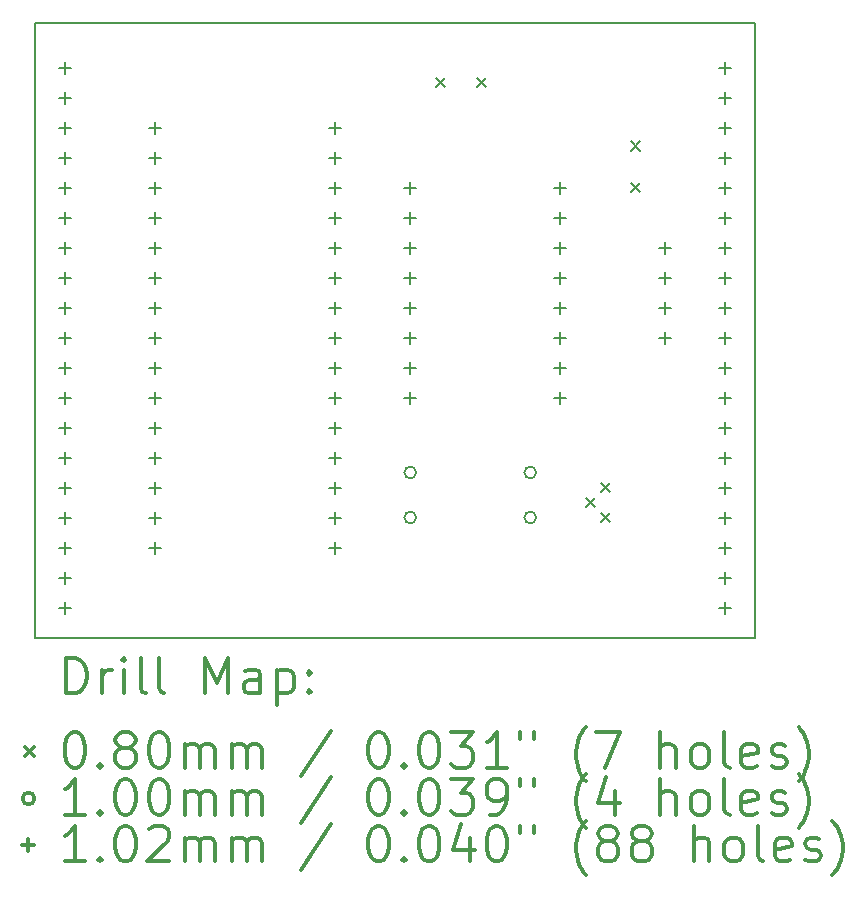
<source format=gbr>
%FSLAX45Y45*%
G04 Gerber Fmt 4.5, Leading zero omitted, Abs format (unit mm)*
G04 Created by KiCad (PCBNEW 4.0.3+e1-6302~38~ubuntu16.04.1-stable) date Thu Aug 25 12:21:28 2016*
%MOMM*%
%LPD*%
G01*
G04 APERTURE LIST*
%ADD10C,0.127000*%
%ADD11C,0.150000*%
%ADD12C,0.200000*%
%ADD13C,0.300000*%
G04 APERTURE END LIST*
D10*
D11*
X10922000Y-5207000D02*
X4826000Y-5207000D01*
X10922000Y-10414000D02*
X10922000Y-5207000D01*
X4826000Y-10414000D02*
X10922000Y-10414000D01*
X4826000Y-5207000D02*
X4826000Y-10414000D01*
D12*
X8215000Y-5675000D02*
X8295000Y-5755000D01*
X8295000Y-5675000D02*
X8215000Y-5755000D01*
X8565000Y-5675000D02*
X8645000Y-5755000D01*
X8645000Y-5675000D02*
X8565000Y-5755000D01*
X9485000Y-9231000D02*
X9565000Y-9311000D01*
X9565000Y-9231000D02*
X9485000Y-9311000D01*
X9612000Y-9104000D02*
X9692000Y-9184000D01*
X9692000Y-9104000D02*
X9612000Y-9184000D01*
X9612000Y-9358000D02*
X9692000Y-9438000D01*
X9692000Y-9358000D02*
X9612000Y-9438000D01*
X9866000Y-6214000D02*
X9946000Y-6294000D01*
X9946000Y-6214000D02*
X9866000Y-6294000D01*
X9866000Y-6564000D02*
X9946000Y-6644000D01*
X9946000Y-6564000D02*
X9866000Y-6644000D01*
X8051038Y-9017000D02*
G75*
G03X8051038Y-9017000I-50038J0D01*
G01*
X8051038Y-9398000D02*
G75*
G03X8051038Y-9398000I-50038J0D01*
G01*
X9067038Y-9017000D02*
G75*
G03X9067038Y-9017000I-50038J0D01*
G01*
X9067038Y-9398000D02*
G75*
G03X9067038Y-9398000I-50038J0D01*
G01*
X5080000Y-5537200D02*
X5080000Y-5638800D01*
X5029200Y-5588000D02*
X5130800Y-5588000D01*
X5080000Y-5791200D02*
X5080000Y-5892800D01*
X5029200Y-5842000D02*
X5130800Y-5842000D01*
X5080000Y-6045200D02*
X5080000Y-6146800D01*
X5029200Y-6096000D02*
X5130800Y-6096000D01*
X5080000Y-6299200D02*
X5080000Y-6400800D01*
X5029200Y-6350000D02*
X5130800Y-6350000D01*
X5080000Y-6553200D02*
X5080000Y-6654800D01*
X5029200Y-6604000D02*
X5130800Y-6604000D01*
X5080000Y-6807200D02*
X5080000Y-6908800D01*
X5029200Y-6858000D02*
X5130800Y-6858000D01*
X5080000Y-7061200D02*
X5080000Y-7162800D01*
X5029200Y-7112000D02*
X5130800Y-7112000D01*
X5080000Y-7315200D02*
X5080000Y-7416800D01*
X5029200Y-7366000D02*
X5130800Y-7366000D01*
X5080000Y-7569200D02*
X5080000Y-7670800D01*
X5029200Y-7620000D02*
X5130800Y-7620000D01*
X5080000Y-7823200D02*
X5080000Y-7924800D01*
X5029200Y-7874000D02*
X5130800Y-7874000D01*
X5080000Y-8077200D02*
X5080000Y-8178800D01*
X5029200Y-8128000D02*
X5130800Y-8128000D01*
X5080000Y-8331200D02*
X5080000Y-8432800D01*
X5029200Y-8382000D02*
X5130800Y-8382000D01*
X5080000Y-8585200D02*
X5080000Y-8686800D01*
X5029200Y-8636000D02*
X5130800Y-8636000D01*
X5080000Y-8839200D02*
X5080000Y-8940800D01*
X5029200Y-8890000D02*
X5130800Y-8890000D01*
X5080000Y-9093200D02*
X5080000Y-9194800D01*
X5029200Y-9144000D02*
X5130800Y-9144000D01*
X5080000Y-9347200D02*
X5080000Y-9448800D01*
X5029200Y-9398000D02*
X5130800Y-9398000D01*
X5080000Y-9601200D02*
X5080000Y-9702800D01*
X5029200Y-9652000D02*
X5130800Y-9652000D01*
X5080000Y-9855200D02*
X5080000Y-9956800D01*
X5029200Y-9906000D02*
X5130800Y-9906000D01*
X5080000Y-10109200D02*
X5080000Y-10210800D01*
X5029200Y-10160000D02*
X5130800Y-10160000D01*
X5842000Y-6045200D02*
X5842000Y-6146800D01*
X5791200Y-6096000D02*
X5892800Y-6096000D01*
X5842000Y-6299200D02*
X5842000Y-6400800D01*
X5791200Y-6350000D02*
X5892800Y-6350000D01*
X5842000Y-6553200D02*
X5842000Y-6654800D01*
X5791200Y-6604000D02*
X5892800Y-6604000D01*
X5842000Y-6807200D02*
X5842000Y-6908800D01*
X5791200Y-6858000D02*
X5892800Y-6858000D01*
X5842000Y-7061200D02*
X5842000Y-7162800D01*
X5791200Y-7112000D02*
X5892800Y-7112000D01*
X5842000Y-7315200D02*
X5842000Y-7416800D01*
X5791200Y-7366000D02*
X5892800Y-7366000D01*
X5842000Y-7569200D02*
X5842000Y-7670800D01*
X5791200Y-7620000D02*
X5892800Y-7620000D01*
X5842000Y-7823200D02*
X5842000Y-7924800D01*
X5791200Y-7874000D02*
X5892800Y-7874000D01*
X5842000Y-8077200D02*
X5842000Y-8178800D01*
X5791200Y-8128000D02*
X5892800Y-8128000D01*
X5842000Y-8331200D02*
X5842000Y-8432800D01*
X5791200Y-8382000D02*
X5892800Y-8382000D01*
X5842000Y-8585200D02*
X5842000Y-8686800D01*
X5791200Y-8636000D02*
X5892800Y-8636000D01*
X5842000Y-8839200D02*
X5842000Y-8940800D01*
X5791200Y-8890000D02*
X5892800Y-8890000D01*
X5842000Y-9093200D02*
X5842000Y-9194800D01*
X5791200Y-9144000D02*
X5892800Y-9144000D01*
X5842000Y-9347200D02*
X5842000Y-9448800D01*
X5791200Y-9398000D02*
X5892800Y-9398000D01*
X5842000Y-9601200D02*
X5842000Y-9702800D01*
X5791200Y-9652000D02*
X5892800Y-9652000D01*
X7366000Y-6045200D02*
X7366000Y-6146800D01*
X7315200Y-6096000D02*
X7416800Y-6096000D01*
X7366000Y-6299200D02*
X7366000Y-6400800D01*
X7315200Y-6350000D02*
X7416800Y-6350000D01*
X7366000Y-6553200D02*
X7366000Y-6654800D01*
X7315200Y-6604000D02*
X7416800Y-6604000D01*
X7366000Y-6807200D02*
X7366000Y-6908800D01*
X7315200Y-6858000D02*
X7416800Y-6858000D01*
X7366000Y-7061200D02*
X7366000Y-7162800D01*
X7315200Y-7112000D02*
X7416800Y-7112000D01*
X7366000Y-7315200D02*
X7366000Y-7416800D01*
X7315200Y-7366000D02*
X7416800Y-7366000D01*
X7366000Y-7569200D02*
X7366000Y-7670800D01*
X7315200Y-7620000D02*
X7416800Y-7620000D01*
X7366000Y-7823200D02*
X7366000Y-7924800D01*
X7315200Y-7874000D02*
X7416800Y-7874000D01*
X7366000Y-8077200D02*
X7366000Y-8178800D01*
X7315200Y-8128000D02*
X7416800Y-8128000D01*
X7366000Y-8331200D02*
X7366000Y-8432800D01*
X7315200Y-8382000D02*
X7416800Y-8382000D01*
X7366000Y-8585200D02*
X7366000Y-8686800D01*
X7315200Y-8636000D02*
X7416800Y-8636000D01*
X7366000Y-8839200D02*
X7366000Y-8940800D01*
X7315200Y-8890000D02*
X7416800Y-8890000D01*
X7366000Y-9093200D02*
X7366000Y-9194800D01*
X7315200Y-9144000D02*
X7416800Y-9144000D01*
X7366000Y-9347200D02*
X7366000Y-9448800D01*
X7315200Y-9398000D02*
X7416800Y-9398000D01*
X7366000Y-9601200D02*
X7366000Y-9702800D01*
X7315200Y-9652000D02*
X7416800Y-9652000D01*
X8001000Y-6553200D02*
X8001000Y-6654800D01*
X7950200Y-6604000D02*
X8051800Y-6604000D01*
X8001000Y-6807200D02*
X8001000Y-6908800D01*
X7950200Y-6858000D02*
X8051800Y-6858000D01*
X8001000Y-7061200D02*
X8001000Y-7162800D01*
X7950200Y-7112000D02*
X8051800Y-7112000D01*
X8001000Y-7315200D02*
X8001000Y-7416800D01*
X7950200Y-7366000D02*
X8051800Y-7366000D01*
X8001000Y-7569200D02*
X8001000Y-7670800D01*
X7950200Y-7620000D02*
X8051800Y-7620000D01*
X8001000Y-7823200D02*
X8001000Y-7924800D01*
X7950200Y-7874000D02*
X8051800Y-7874000D01*
X8001000Y-8077200D02*
X8001000Y-8178800D01*
X7950200Y-8128000D02*
X8051800Y-8128000D01*
X8001000Y-8331200D02*
X8001000Y-8432800D01*
X7950200Y-8382000D02*
X8051800Y-8382000D01*
X9271000Y-6553200D02*
X9271000Y-6654800D01*
X9220200Y-6604000D02*
X9321800Y-6604000D01*
X9271000Y-6807200D02*
X9271000Y-6908800D01*
X9220200Y-6858000D02*
X9321800Y-6858000D01*
X9271000Y-7061200D02*
X9271000Y-7162800D01*
X9220200Y-7112000D02*
X9321800Y-7112000D01*
X9271000Y-7315200D02*
X9271000Y-7416800D01*
X9220200Y-7366000D02*
X9321800Y-7366000D01*
X9271000Y-7569200D02*
X9271000Y-7670800D01*
X9220200Y-7620000D02*
X9321800Y-7620000D01*
X9271000Y-7823200D02*
X9271000Y-7924800D01*
X9220200Y-7874000D02*
X9321800Y-7874000D01*
X9271000Y-8077200D02*
X9271000Y-8178800D01*
X9220200Y-8128000D02*
X9321800Y-8128000D01*
X9271000Y-8331200D02*
X9271000Y-8432800D01*
X9220200Y-8382000D02*
X9321800Y-8382000D01*
X10160000Y-7061200D02*
X10160000Y-7162800D01*
X10109200Y-7112000D02*
X10210800Y-7112000D01*
X10160000Y-7315200D02*
X10160000Y-7416800D01*
X10109200Y-7366000D02*
X10210800Y-7366000D01*
X10160000Y-7569200D02*
X10160000Y-7670800D01*
X10109200Y-7620000D02*
X10210800Y-7620000D01*
X10160000Y-7823200D02*
X10160000Y-7924800D01*
X10109200Y-7874000D02*
X10210800Y-7874000D01*
X10668000Y-5537200D02*
X10668000Y-5638800D01*
X10617200Y-5588000D02*
X10718800Y-5588000D01*
X10668000Y-5791200D02*
X10668000Y-5892800D01*
X10617200Y-5842000D02*
X10718800Y-5842000D01*
X10668000Y-6045200D02*
X10668000Y-6146800D01*
X10617200Y-6096000D02*
X10718800Y-6096000D01*
X10668000Y-6299200D02*
X10668000Y-6400800D01*
X10617200Y-6350000D02*
X10718800Y-6350000D01*
X10668000Y-6553200D02*
X10668000Y-6654800D01*
X10617200Y-6604000D02*
X10718800Y-6604000D01*
X10668000Y-6807200D02*
X10668000Y-6908800D01*
X10617200Y-6858000D02*
X10718800Y-6858000D01*
X10668000Y-7061200D02*
X10668000Y-7162800D01*
X10617200Y-7112000D02*
X10718800Y-7112000D01*
X10668000Y-7315200D02*
X10668000Y-7416800D01*
X10617200Y-7366000D02*
X10718800Y-7366000D01*
X10668000Y-7569200D02*
X10668000Y-7670800D01*
X10617200Y-7620000D02*
X10718800Y-7620000D01*
X10668000Y-7823200D02*
X10668000Y-7924800D01*
X10617200Y-7874000D02*
X10718800Y-7874000D01*
X10668000Y-8077200D02*
X10668000Y-8178800D01*
X10617200Y-8128000D02*
X10718800Y-8128000D01*
X10668000Y-8331200D02*
X10668000Y-8432800D01*
X10617200Y-8382000D02*
X10718800Y-8382000D01*
X10668000Y-8585200D02*
X10668000Y-8686800D01*
X10617200Y-8636000D02*
X10718800Y-8636000D01*
X10668000Y-8839200D02*
X10668000Y-8940800D01*
X10617200Y-8890000D02*
X10718800Y-8890000D01*
X10668000Y-9093200D02*
X10668000Y-9194800D01*
X10617200Y-9144000D02*
X10718800Y-9144000D01*
X10668000Y-9347200D02*
X10668000Y-9448800D01*
X10617200Y-9398000D02*
X10718800Y-9398000D01*
X10668000Y-9601200D02*
X10668000Y-9702800D01*
X10617200Y-9652000D02*
X10718800Y-9652000D01*
X10668000Y-9855200D02*
X10668000Y-9956800D01*
X10617200Y-9906000D02*
X10718800Y-9906000D01*
X10668000Y-10109200D02*
X10668000Y-10210800D01*
X10617200Y-10160000D02*
X10718800Y-10160000D01*
D13*
X5089929Y-10887214D02*
X5089929Y-10587214D01*
X5161357Y-10587214D01*
X5204214Y-10601500D01*
X5232786Y-10630072D01*
X5247071Y-10658643D01*
X5261357Y-10715786D01*
X5261357Y-10758643D01*
X5247071Y-10815786D01*
X5232786Y-10844357D01*
X5204214Y-10872929D01*
X5161357Y-10887214D01*
X5089929Y-10887214D01*
X5389929Y-10887214D02*
X5389929Y-10687214D01*
X5389929Y-10744357D02*
X5404214Y-10715786D01*
X5418500Y-10701500D01*
X5447071Y-10687214D01*
X5475643Y-10687214D01*
X5575643Y-10887214D02*
X5575643Y-10687214D01*
X5575643Y-10587214D02*
X5561357Y-10601500D01*
X5575643Y-10615786D01*
X5589929Y-10601500D01*
X5575643Y-10587214D01*
X5575643Y-10615786D01*
X5761357Y-10887214D02*
X5732786Y-10872929D01*
X5718500Y-10844357D01*
X5718500Y-10587214D01*
X5918500Y-10887214D02*
X5889928Y-10872929D01*
X5875643Y-10844357D01*
X5875643Y-10587214D01*
X6261357Y-10887214D02*
X6261357Y-10587214D01*
X6361357Y-10801500D01*
X6461357Y-10587214D01*
X6461357Y-10887214D01*
X6732786Y-10887214D02*
X6732786Y-10730072D01*
X6718500Y-10701500D01*
X6689928Y-10687214D01*
X6632786Y-10687214D01*
X6604214Y-10701500D01*
X6732786Y-10872929D02*
X6704214Y-10887214D01*
X6632786Y-10887214D01*
X6604214Y-10872929D01*
X6589928Y-10844357D01*
X6589928Y-10815786D01*
X6604214Y-10787214D01*
X6632786Y-10772929D01*
X6704214Y-10772929D01*
X6732786Y-10758643D01*
X6875643Y-10687214D02*
X6875643Y-10987214D01*
X6875643Y-10701500D02*
X6904214Y-10687214D01*
X6961357Y-10687214D01*
X6989928Y-10701500D01*
X7004214Y-10715786D01*
X7018500Y-10744357D01*
X7018500Y-10830072D01*
X7004214Y-10858643D01*
X6989928Y-10872929D01*
X6961357Y-10887214D01*
X6904214Y-10887214D01*
X6875643Y-10872929D01*
X7147071Y-10858643D02*
X7161357Y-10872929D01*
X7147071Y-10887214D01*
X7132786Y-10872929D01*
X7147071Y-10858643D01*
X7147071Y-10887214D01*
X7147071Y-10701500D02*
X7161357Y-10715786D01*
X7147071Y-10730072D01*
X7132786Y-10715786D01*
X7147071Y-10701500D01*
X7147071Y-10730072D01*
X4738500Y-11341500D02*
X4818500Y-11421500D01*
X4818500Y-11341500D02*
X4738500Y-11421500D01*
X5147071Y-11217214D02*
X5175643Y-11217214D01*
X5204214Y-11231500D01*
X5218500Y-11245786D01*
X5232786Y-11274357D01*
X5247071Y-11331500D01*
X5247071Y-11402929D01*
X5232786Y-11460071D01*
X5218500Y-11488643D01*
X5204214Y-11502929D01*
X5175643Y-11517214D01*
X5147071Y-11517214D01*
X5118500Y-11502929D01*
X5104214Y-11488643D01*
X5089929Y-11460071D01*
X5075643Y-11402929D01*
X5075643Y-11331500D01*
X5089929Y-11274357D01*
X5104214Y-11245786D01*
X5118500Y-11231500D01*
X5147071Y-11217214D01*
X5375643Y-11488643D02*
X5389929Y-11502929D01*
X5375643Y-11517214D01*
X5361357Y-11502929D01*
X5375643Y-11488643D01*
X5375643Y-11517214D01*
X5561357Y-11345786D02*
X5532786Y-11331500D01*
X5518500Y-11317214D01*
X5504214Y-11288643D01*
X5504214Y-11274357D01*
X5518500Y-11245786D01*
X5532786Y-11231500D01*
X5561357Y-11217214D01*
X5618500Y-11217214D01*
X5647071Y-11231500D01*
X5661357Y-11245786D01*
X5675643Y-11274357D01*
X5675643Y-11288643D01*
X5661357Y-11317214D01*
X5647071Y-11331500D01*
X5618500Y-11345786D01*
X5561357Y-11345786D01*
X5532786Y-11360071D01*
X5518500Y-11374357D01*
X5504214Y-11402929D01*
X5504214Y-11460071D01*
X5518500Y-11488643D01*
X5532786Y-11502929D01*
X5561357Y-11517214D01*
X5618500Y-11517214D01*
X5647071Y-11502929D01*
X5661357Y-11488643D01*
X5675643Y-11460071D01*
X5675643Y-11402929D01*
X5661357Y-11374357D01*
X5647071Y-11360071D01*
X5618500Y-11345786D01*
X5861357Y-11217214D02*
X5889928Y-11217214D01*
X5918500Y-11231500D01*
X5932786Y-11245786D01*
X5947071Y-11274357D01*
X5961357Y-11331500D01*
X5961357Y-11402929D01*
X5947071Y-11460071D01*
X5932786Y-11488643D01*
X5918500Y-11502929D01*
X5889928Y-11517214D01*
X5861357Y-11517214D01*
X5832786Y-11502929D01*
X5818500Y-11488643D01*
X5804214Y-11460071D01*
X5789928Y-11402929D01*
X5789928Y-11331500D01*
X5804214Y-11274357D01*
X5818500Y-11245786D01*
X5832786Y-11231500D01*
X5861357Y-11217214D01*
X6089928Y-11517214D02*
X6089928Y-11317214D01*
X6089928Y-11345786D02*
X6104214Y-11331500D01*
X6132786Y-11317214D01*
X6175643Y-11317214D01*
X6204214Y-11331500D01*
X6218500Y-11360071D01*
X6218500Y-11517214D01*
X6218500Y-11360071D02*
X6232786Y-11331500D01*
X6261357Y-11317214D01*
X6304214Y-11317214D01*
X6332786Y-11331500D01*
X6347071Y-11360071D01*
X6347071Y-11517214D01*
X6489928Y-11517214D02*
X6489928Y-11317214D01*
X6489928Y-11345786D02*
X6504214Y-11331500D01*
X6532786Y-11317214D01*
X6575643Y-11317214D01*
X6604214Y-11331500D01*
X6618500Y-11360071D01*
X6618500Y-11517214D01*
X6618500Y-11360071D02*
X6632786Y-11331500D01*
X6661357Y-11317214D01*
X6704214Y-11317214D01*
X6732786Y-11331500D01*
X6747071Y-11360071D01*
X6747071Y-11517214D01*
X7332786Y-11202929D02*
X7075643Y-11588643D01*
X7718500Y-11217214D02*
X7747071Y-11217214D01*
X7775643Y-11231500D01*
X7789928Y-11245786D01*
X7804214Y-11274357D01*
X7818500Y-11331500D01*
X7818500Y-11402929D01*
X7804214Y-11460071D01*
X7789928Y-11488643D01*
X7775643Y-11502929D01*
X7747071Y-11517214D01*
X7718500Y-11517214D01*
X7689928Y-11502929D01*
X7675643Y-11488643D01*
X7661357Y-11460071D01*
X7647071Y-11402929D01*
X7647071Y-11331500D01*
X7661357Y-11274357D01*
X7675643Y-11245786D01*
X7689928Y-11231500D01*
X7718500Y-11217214D01*
X7947071Y-11488643D02*
X7961357Y-11502929D01*
X7947071Y-11517214D01*
X7932786Y-11502929D01*
X7947071Y-11488643D01*
X7947071Y-11517214D01*
X8147071Y-11217214D02*
X8175643Y-11217214D01*
X8204214Y-11231500D01*
X8218500Y-11245786D01*
X8232785Y-11274357D01*
X8247071Y-11331500D01*
X8247071Y-11402929D01*
X8232785Y-11460071D01*
X8218500Y-11488643D01*
X8204214Y-11502929D01*
X8175643Y-11517214D01*
X8147071Y-11517214D01*
X8118500Y-11502929D01*
X8104214Y-11488643D01*
X8089928Y-11460071D01*
X8075643Y-11402929D01*
X8075643Y-11331500D01*
X8089928Y-11274357D01*
X8104214Y-11245786D01*
X8118500Y-11231500D01*
X8147071Y-11217214D01*
X8347071Y-11217214D02*
X8532786Y-11217214D01*
X8432786Y-11331500D01*
X8475643Y-11331500D01*
X8504214Y-11345786D01*
X8518500Y-11360071D01*
X8532786Y-11388643D01*
X8532786Y-11460071D01*
X8518500Y-11488643D01*
X8504214Y-11502929D01*
X8475643Y-11517214D01*
X8389928Y-11517214D01*
X8361357Y-11502929D01*
X8347071Y-11488643D01*
X8818500Y-11517214D02*
X8647071Y-11517214D01*
X8732786Y-11517214D02*
X8732786Y-11217214D01*
X8704214Y-11260071D01*
X8675643Y-11288643D01*
X8647071Y-11302929D01*
X8932786Y-11217214D02*
X8932786Y-11274357D01*
X9047071Y-11217214D02*
X9047071Y-11274357D01*
X9489928Y-11631500D02*
X9475643Y-11617214D01*
X9447071Y-11574357D01*
X9432786Y-11545786D01*
X9418500Y-11502929D01*
X9404214Y-11431500D01*
X9404214Y-11374357D01*
X9418500Y-11302929D01*
X9432786Y-11260071D01*
X9447071Y-11231500D01*
X9475643Y-11188643D01*
X9489928Y-11174357D01*
X9575643Y-11217214D02*
X9775643Y-11217214D01*
X9647071Y-11517214D01*
X10118500Y-11517214D02*
X10118500Y-11217214D01*
X10247071Y-11517214D02*
X10247071Y-11360071D01*
X10232786Y-11331500D01*
X10204214Y-11317214D01*
X10161357Y-11317214D01*
X10132786Y-11331500D01*
X10118500Y-11345786D01*
X10432786Y-11517214D02*
X10404214Y-11502929D01*
X10389928Y-11488643D01*
X10375643Y-11460071D01*
X10375643Y-11374357D01*
X10389928Y-11345786D01*
X10404214Y-11331500D01*
X10432786Y-11317214D01*
X10475643Y-11317214D01*
X10504214Y-11331500D01*
X10518500Y-11345786D01*
X10532786Y-11374357D01*
X10532786Y-11460071D01*
X10518500Y-11488643D01*
X10504214Y-11502929D01*
X10475643Y-11517214D01*
X10432786Y-11517214D01*
X10704214Y-11517214D02*
X10675643Y-11502929D01*
X10661357Y-11474357D01*
X10661357Y-11217214D01*
X10932786Y-11502929D02*
X10904214Y-11517214D01*
X10847071Y-11517214D01*
X10818500Y-11502929D01*
X10804214Y-11474357D01*
X10804214Y-11360071D01*
X10818500Y-11331500D01*
X10847071Y-11317214D01*
X10904214Y-11317214D01*
X10932786Y-11331500D01*
X10947071Y-11360071D01*
X10947071Y-11388643D01*
X10804214Y-11417214D01*
X11061357Y-11502929D02*
X11089929Y-11517214D01*
X11147071Y-11517214D01*
X11175643Y-11502929D01*
X11189929Y-11474357D01*
X11189929Y-11460071D01*
X11175643Y-11431500D01*
X11147071Y-11417214D01*
X11104214Y-11417214D01*
X11075643Y-11402929D01*
X11061357Y-11374357D01*
X11061357Y-11360071D01*
X11075643Y-11331500D01*
X11104214Y-11317214D01*
X11147071Y-11317214D01*
X11175643Y-11331500D01*
X11289928Y-11631500D02*
X11304214Y-11617214D01*
X11332786Y-11574357D01*
X11347071Y-11545786D01*
X11361357Y-11502929D01*
X11375643Y-11431500D01*
X11375643Y-11374357D01*
X11361357Y-11302929D01*
X11347071Y-11260071D01*
X11332786Y-11231500D01*
X11304214Y-11188643D01*
X11289928Y-11174357D01*
X4818500Y-11777500D02*
G75*
G03X4818500Y-11777500I-50038J0D01*
G01*
X5247071Y-11913214D02*
X5075643Y-11913214D01*
X5161357Y-11913214D02*
X5161357Y-11613214D01*
X5132786Y-11656071D01*
X5104214Y-11684643D01*
X5075643Y-11698929D01*
X5375643Y-11884643D02*
X5389929Y-11898929D01*
X5375643Y-11913214D01*
X5361357Y-11898929D01*
X5375643Y-11884643D01*
X5375643Y-11913214D01*
X5575643Y-11613214D02*
X5604214Y-11613214D01*
X5632786Y-11627500D01*
X5647071Y-11641786D01*
X5661357Y-11670357D01*
X5675643Y-11727500D01*
X5675643Y-11798929D01*
X5661357Y-11856071D01*
X5647071Y-11884643D01*
X5632786Y-11898929D01*
X5604214Y-11913214D01*
X5575643Y-11913214D01*
X5547071Y-11898929D01*
X5532786Y-11884643D01*
X5518500Y-11856071D01*
X5504214Y-11798929D01*
X5504214Y-11727500D01*
X5518500Y-11670357D01*
X5532786Y-11641786D01*
X5547071Y-11627500D01*
X5575643Y-11613214D01*
X5861357Y-11613214D02*
X5889928Y-11613214D01*
X5918500Y-11627500D01*
X5932786Y-11641786D01*
X5947071Y-11670357D01*
X5961357Y-11727500D01*
X5961357Y-11798929D01*
X5947071Y-11856071D01*
X5932786Y-11884643D01*
X5918500Y-11898929D01*
X5889928Y-11913214D01*
X5861357Y-11913214D01*
X5832786Y-11898929D01*
X5818500Y-11884643D01*
X5804214Y-11856071D01*
X5789928Y-11798929D01*
X5789928Y-11727500D01*
X5804214Y-11670357D01*
X5818500Y-11641786D01*
X5832786Y-11627500D01*
X5861357Y-11613214D01*
X6089928Y-11913214D02*
X6089928Y-11713214D01*
X6089928Y-11741786D02*
X6104214Y-11727500D01*
X6132786Y-11713214D01*
X6175643Y-11713214D01*
X6204214Y-11727500D01*
X6218500Y-11756071D01*
X6218500Y-11913214D01*
X6218500Y-11756071D02*
X6232786Y-11727500D01*
X6261357Y-11713214D01*
X6304214Y-11713214D01*
X6332786Y-11727500D01*
X6347071Y-11756071D01*
X6347071Y-11913214D01*
X6489928Y-11913214D02*
X6489928Y-11713214D01*
X6489928Y-11741786D02*
X6504214Y-11727500D01*
X6532786Y-11713214D01*
X6575643Y-11713214D01*
X6604214Y-11727500D01*
X6618500Y-11756071D01*
X6618500Y-11913214D01*
X6618500Y-11756071D02*
X6632786Y-11727500D01*
X6661357Y-11713214D01*
X6704214Y-11713214D01*
X6732786Y-11727500D01*
X6747071Y-11756071D01*
X6747071Y-11913214D01*
X7332786Y-11598929D02*
X7075643Y-11984643D01*
X7718500Y-11613214D02*
X7747071Y-11613214D01*
X7775643Y-11627500D01*
X7789928Y-11641786D01*
X7804214Y-11670357D01*
X7818500Y-11727500D01*
X7818500Y-11798929D01*
X7804214Y-11856071D01*
X7789928Y-11884643D01*
X7775643Y-11898929D01*
X7747071Y-11913214D01*
X7718500Y-11913214D01*
X7689928Y-11898929D01*
X7675643Y-11884643D01*
X7661357Y-11856071D01*
X7647071Y-11798929D01*
X7647071Y-11727500D01*
X7661357Y-11670357D01*
X7675643Y-11641786D01*
X7689928Y-11627500D01*
X7718500Y-11613214D01*
X7947071Y-11884643D02*
X7961357Y-11898929D01*
X7947071Y-11913214D01*
X7932786Y-11898929D01*
X7947071Y-11884643D01*
X7947071Y-11913214D01*
X8147071Y-11613214D02*
X8175643Y-11613214D01*
X8204214Y-11627500D01*
X8218500Y-11641786D01*
X8232785Y-11670357D01*
X8247071Y-11727500D01*
X8247071Y-11798929D01*
X8232785Y-11856071D01*
X8218500Y-11884643D01*
X8204214Y-11898929D01*
X8175643Y-11913214D01*
X8147071Y-11913214D01*
X8118500Y-11898929D01*
X8104214Y-11884643D01*
X8089928Y-11856071D01*
X8075643Y-11798929D01*
X8075643Y-11727500D01*
X8089928Y-11670357D01*
X8104214Y-11641786D01*
X8118500Y-11627500D01*
X8147071Y-11613214D01*
X8347071Y-11613214D02*
X8532786Y-11613214D01*
X8432786Y-11727500D01*
X8475643Y-11727500D01*
X8504214Y-11741786D01*
X8518500Y-11756071D01*
X8532786Y-11784643D01*
X8532786Y-11856071D01*
X8518500Y-11884643D01*
X8504214Y-11898929D01*
X8475643Y-11913214D01*
X8389928Y-11913214D01*
X8361357Y-11898929D01*
X8347071Y-11884643D01*
X8675643Y-11913214D02*
X8732786Y-11913214D01*
X8761357Y-11898929D01*
X8775643Y-11884643D01*
X8804214Y-11841786D01*
X8818500Y-11784643D01*
X8818500Y-11670357D01*
X8804214Y-11641786D01*
X8789928Y-11627500D01*
X8761357Y-11613214D01*
X8704214Y-11613214D01*
X8675643Y-11627500D01*
X8661357Y-11641786D01*
X8647071Y-11670357D01*
X8647071Y-11741786D01*
X8661357Y-11770357D01*
X8675643Y-11784643D01*
X8704214Y-11798929D01*
X8761357Y-11798929D01*
X8789928Y-11784643D01*
X8804214Y-11770357D01*
X8818500Y-11741786D01*
X8932786Y-11613214D02*
X8932786Y-11670357D01*
X9047071Y-11613214D02*
X9047071Y-11670357D01*
X9489928Y-12027500D02*
X9475643Y-12013214D01*
X9447071Y-11970357D01*
X9432786Y-11941786D01*
X9418500Y-11898929D01*
X9404214Y-11827500D01*
X9404214Y-11770357D01*
X9418500Y-11698929D01*
X9432786Y-11656071D01*
X9447071Y-11627500D01*
X9475643Y-11584643D01*
X9489928Y-11570357D01*
X9732786Y-11713214D02*
X9732786Y-11913214D01*
X9661357Y-11598929D02*
X9589928Y-11813214D01*
X9775643Y-11813214D01*
X10118500Y-11913214D02*
X10118500Y-11613214D01*
X10247071Y-11913214D02*
X10247071Y-11756071D01*
X10232786Y-11727500D01*
X10204214Y-11713214D01*
X10161357Y-11713214D01*
X10132786Y-11727500D01*
X10118500Y-11741786D01*
X10432786Y-11913214D02*
X10404214Y-11898929D01*
X10389928Y-11884643D01*
X10375643Y-11856071D01*
X10375643Y-11770357D01*
X10389928Y-11741786D01*
X10404214Y-11727500D01*
X10432786Y-11713214D01*
X10475643Y-11713214D01*
X10504214Y-11727500D01*
X10518500Y-11741786D01*
X10532786Y-11770357D01*
X10532786Y-11856071D01*
X10518500Y-11884643D01*
X10504214Y-11898929D01*
X10475643Y-11913214D01*
X10432786Y-11913214D01*
X10704214Y-11913214D02*
X10675643Y-11898929D01*
X10661357Y-11870357D01*
X10661357Y-11613214D01*
X10932786Y-11898929D02*
X10904214Y-11913214D01*
X10847071Y-11913214D01*
X10818500Y-11898929D01*
X10804214Y-11870357D01*
X10804214Y-11756071D01*
X10818500Y-11727500D01*
X10847071Y-11713214D01*
X10904214Y-11713214D01*
X10932786Y-11727500D01*
X10947071Y-11756071D01*
X10947071Y-11784643D01*
X10804214Y-11813214D01*
X11061357Y-11898929D02*
X11089929Y-11913214D01*
X11147071Y-11913214D01*
X11175643Y-11898929D01*
X11189929Y-11870357D01*
X11189929Y-11856071D01*
X11175643Y-11827500D01*
X11147071Y-11813214D01*
X11104214Y-11813214D01*
X11075643Y-11798929D01*
X11061357Y-11770357D01*
X11061357Y-11756071D01*
X11075643Y-11727500D01*
X11104214Y-11713214D01*
X11147071Y-11713214D01*
X11175643Y-11727500D01*
X11289928Y-12027500D02*
X11304214Y-12013214D01*
X11332786Y-11970357D01*
X11347071Y-11941786D01*
X11361357Y-11898929D01*
X11375643Y-11827500D01*
X11375643Y-11770357D01*
X11361357Y-11698929D01*
X11347071Y-11656071D01*
X11332786Y-11627500D01*
X11304214Y-11584643D01*
X11289928Y-11570357D01*
X4767700Y-12122700D02*
X4767700Y-12224300D01*
X4716900Y-12173500D02*
X4818500Y-12173500D01*
X5247071Y-12309214D02*
X5075643Y-12309214D01*
X5161357Y-12309214D02*
X5161357Y-12009214D01*
X5132786Y-12052071D01*
X5104214Y-12080643D01*
X5075643Y-12094929D01*
X5375643Y-12280643D02*
X5389929Y-12294929D01*
X5375643Y-12309214D01*
X5361357Y-12294929D01*
X5375643Y-12280643D01*
X5375643Y-12309214D01*
X5575643Y-12009214D02*
X5604214Y-12009214D01*
X5632786Y-12023500D01*
X5647071Y-12037786D01*
X5661357Y-12066357D01*
X5675643Y-12123500D01*
X5675643Y-12194929D01*
X5661357Y-12252071D01*
X5647071Y-12280643D01*
X5632786Y-12294929D01*
X5604214Y-12309214D01*
X5575643Y-12309214D01*
X5547071Y-12294929D01*
X5532786Y-12280643D01*
X5518500Y-12252071D01*
X5504214Y-12194929D01*
X5504214Y-12123500D01*
X5518500Y-12066357D01*
X5532786Y-12037786D01*
X5547071Y-12023500D01*
X5575643Y-12009214D01*
X5789928Y-12037786D02*
X5804214Y-12023500D01*
X5832786Y-12009214D01*
X5904214Y-12009214D01*
X5932786Y-12023500D01*
X5947071Y-12037786D01*
X5961357Y-12066357D01*
X5961357Y-12094929D01*
X5947071Y-12137786D01*
X5775643Y-12309214D01*
X5961357Y-12309214D01*
X6089928Y-12309214D02*
X6089928Y-12109214D01*
X6089928Y-12137786D02*
X6104214Y-12123500D01*
X6132786Y-12109214D01*
X6175643Y-12109214D01*
X6204214Y-12123500D01*
X6218500Y-12152071D01*
X6218500Y-12309214D01*
X6218500Y-12152071D02*
X6232786Y-12123500D01*
X6261357Y-12109214D01*
X6304214Y-12109214D01*
X6332786Y-12123500D01*
X6347071Y-12152071D01*
X6347071Y-12309214D01*
X6489928Y-12309214D02*
X6489928Y-12109214D01*
X6489928Y-12137786D02*
X6504214Y-12123500D01*
X6532786Y-12109214D01*
X6575643Y-12109214D01*
X6604214Y-12123500D01*
X6618500Y-12152071D01*
X6618500Y-12309214D01*
X6618500Y-12152071D02*
X6632786Y-12123500D01*
X6661357Y-12109214D01*
X6704214Y-12109214D01*
X6732786Y-12123500D01*
X6747071Y-12152071D01*
X6747071Y-12309214D01*
X7332786Y-11994929D02*
X7075643Y-12380643D01*
X7718500Y-12009214D02*
X7747071Y-12009214D01*
X7775643Y-12023500D01*
X7789928Y-12037786D01*
X7804214Y-12066357D01*
X7818500Y-12123500D01*
X7818500Y-12194929D01*
X7804214Y-12252071D01*
X7789928Y-12280643D01*
X7775643Y-12294929D01*
X7747071Y-12309214D01*
X7718500Y-12309214D01*
X7689928Y-12294929D01*
X7675643Y-12280643D01*
X7661357Y-12252071D01*
X7647071Y-12194929D01*
X7647071Y-12123500D01*
X7661357Y-12066357D01*
X7675643Y-12037786D01*
X7689928Y-12023500D01*
X7718500Y-12009214D01*
X7947071Y-12280643D02*
X7961357Y-12294929D01*
X7947071Y-12309214D01*
X7932786Y-12294929D01*
X7947071Y-12280643D01*
X7947071Y-12309214D01*
X8147071Y-12009214D02*
X8175643Y-12009214D01*
X8204214Y-12023500D01*
X8218500Y-12037786D01*
X8232785Y-12066357D01*
X8247071Y-12123500D01*
X8247071Y-12194929D01*
X8232785Y-12252071D01*
X8218500Y-12280643D01*
X8204214Y-12294929D01*
X8175643Y-12309214D01*
X8147071Y-12309214D01*
X8118500Y-12294929D01*
X8104214Y-12280643D01*
X8089928Y-12252071D01*
X8075643Y-12194929D01*
X8075643Y-12123500D01*
X8089928Y-12066357D01*
X8104214Y-12037786D01*
X8118500Y-12023500D01*
X8147071Y-12009214D01*
X8504214Y-12109214D02*
X8504214Y-12309214D01*
X8432786Y-11994929D02*
X8361357Y-12209214D01*
X8547071Y-12209214D01*
X8718500Y-12009214D02*
X8747071Y-12009214D01*
X8775643Y-12023500D01*
X8789928Y-12037786D01*
X8804214Y-12066357D01*
X8818500Y-12123500D01*
X8818500Y-12194929D01*
X8804214Y-12252071D01*
X8789928Y-12280643D01*
X8775643Y-12294929D01*
X8747071Y-12309214D01*
X8718500Y-12309214D01*
X8689928Y-12294929D01*
X8675643Y-12280643D01*
X8661357Y-12252071D01*
X8647071Y-12194929D01*
X8647071Y-12123500D01*
X8661357Y-12066357D01*
X8675643Y-12037786D01*
X8689928Y-12023500D01*
X8718500Y-12009214D01*
X8932786Y-12009214D02*
X8932786Y-12066357D01*
X9047071Y-12009214D02*
X9047071Y-12066357D01*
X9489928Y-12423500D02*
X9475643Y-12409214D01*
X9447071Y-12366357D01*
X9432786Y-12337786D01*
X9418500Y-12294929D01*
X9404214Y-12223500D01*
X9404214Y-12166357D01*
X9418500Y-12094929D01*
X9432786Y-12052071D01*
X9447071Y-12023500D01*
X9475643Y-11980643D01*
X9489928Y-11966357D01*
X9647071Y-12137786D02*
X9618500Y-12123500D01*
X9604214Y-12109214D01*
X9589928Y-12080643D01*
X9589928Y-12066357D01*
X9604214Y-12037786D01*
X9618500Y-12023500D01*
X9647071Y-12009214D01*
X9704214Y-12009214D01*
X9732786Y-12023500D01*
X9747071Y-12037786D01*
X9761357Y-12066357D01*
X9761357Y-12080643D01*
X9747071Y-12109214D01*
X9732786Y-12123500D01*
X9704214Y-12137786D01*
X9647071Y-12137786D01*
X9618500Y-12152071D01*
X9604214Y-12166357D01*
X9589928Y-12194929D01*
X9589928Y-12252071D01*
X9604214Y-12280643D01*
X9618500Y-12294929D01*
X9647071Y-12309214D01*
X9704214Y-12309214D01*
X9732786Y-12294929D01*
X9747071Y-12280643D01*
X9761357Y-12252071D01*
X9761357Y-12194929D01*
X9747071Y-12166357D01*
X9732786Y-12152071D01*
X9704214Y-12137786D01*
X9932786Y-12137786D02*
X9904214Y-12123500D01*
X9889928Y-12109214D01*
X9875643Y-12080643D01*
X9875643Y-12066357D01*
X9889928Y-12037786D01*
X9904214Y-12023500D01*
X9932786Y-12009214D01*
X9989928Y-12009214D01*
X10018500Y-12023500D01*
X10032786Y-12037786D01*
X10047071Y-12066357D01*
X10047071Y-12080643D01*
X10032786Y-12109214D01*
X10018500Y-12123500D01*
X9989928Y-12137786D01*
X9932786Y-12137786D01*
X9904214Y-12152071D01*
X9889928Y-12166357D01*
X9875643Y-12194929D01*
X9875643Y-12252071D01*
X9889928Y-12280643D01*
X9904214Y-12294929D01*
X9932786Y-12309214D01*
X9989928Y-12309214D01*
X10018500Y-12294929D01*
X10032786Y-12280643D01*
X10047071Y-12252071D01*
X10047071Y-12194929D01*
X10032786Y-12166357D01*
X10018500Y-12152071D01*
X9989928Y-12137786D01*
X10404214Y-12309214D02*
X10404214Y-12009214D01*
X10532786Y-12309214D02*
X10532786Y-12152071D01*
X10518500Y-12123500D01*
X10489928Y-12109214D01*
X10447071Y-12109214D01*
X10418500Y-12123500D01*
X10404214Y-12137786D01*
X10718500Y-12309214D02*
X10689928Y-12294929D01*
X10675643Y-12280643D01*
X10661357Y-12252071D01*
X10661357Y-12166357D01*
X10675643Y-12137786D01*
X10689928Y-12123500D01*
X10718500Y-12109214D01*
X10761357Y-12109214D01*
X10789928Y-12123500D01*
X10804214Y-12137786D01*
X10818500Y-12166357D01*
X10818500Y-12252071D01*
X10804214Y-12280643D01*
X10789928Y-12294929D01*
X10761357Y-12309214D01*
X10718500Y-12309214D01*
X10989928Y-12309214D02*
X10961357Y-12294929D01*
X10947071Y-12266357D01*
X10947071Y-12009214D01*
X11218500Y-12294929D02*
X11189929Y-12309214D01*
X11132786Y-12309214D01*
X11104214Y-12294929D01*
X11089929Y-12266357D01*
X11089929Y-12152071D01*
X11104214Y-12123500D01*
X11132786Y-12109214D01*
X11189929Y-12109214D01*
X11218500Y-12123500D01*
X11232786Y-12152071D01*
X11232786Y-12180643D01*
X11089929Y-12209214D01*
X11347071Y-12294929D02*
X11375643Y-12309214D01*
X11432786Y-12309214D01*
X11461357Y-12294929D01*
X11475643Y-12266357D01*
X11475643Y-12252071D01*
X11461357Y-12223500D01*
X11432786Y-12209214D01*
X11389928Y-12209214D01*
X11361357Y-12194929D01*
X11347071Y-12166357D01*
X11347071Y-12152071D01*
X11361357Y-12123500D01*
X11389928Y-12109214D01*
X11432786Y-12109214D01*
X11461357Y-12123500D01*
X11575643Y-12423500D02*
X11589928Y-12409214D01*
X11618500Y-12366357D01*
X11632786Y-12337786D01*
X11647071Y-12294929D01*
X11661357Y-12223500D01*
X11661357Y-12166357D01*
X11647071Y-12094929D01*
X11632786Y-12052071D01*
X11618500Y-12023500D01*
X11589928Y-11980643D01*
X11575643Y-11966357D01*
M02*

</source>
